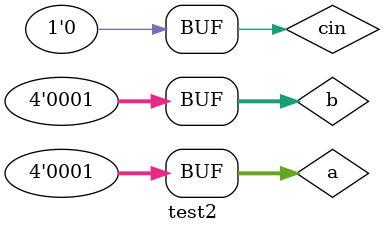
<source format=v>
`timescale 1ns / 1ps


module test2;

	// Inputs
	reg [3:0] a;
	reg [3:0] b;
	reg cin;

	// Outputs
	wire [4:0] sum;

	// Instantiate the Unit Under Test (UUT)
	rca_delay uut (
		.sum(sum), 
		.a(a), 
		.b(b), 
		.cin(cin)
	);

	initial begin
	$monitor ($time,",  a = %b,  b = %b,  cin = %b,  sum = %b\n",a,b,cin,sum);
	
		a = 4'b0000;
		b = 4'b0000;
		cin = 0;

		#20;
		
		a = 4'b0001;
		b = 4'b0001;
		cin = 0;

	end
      
endmodule


</source>
